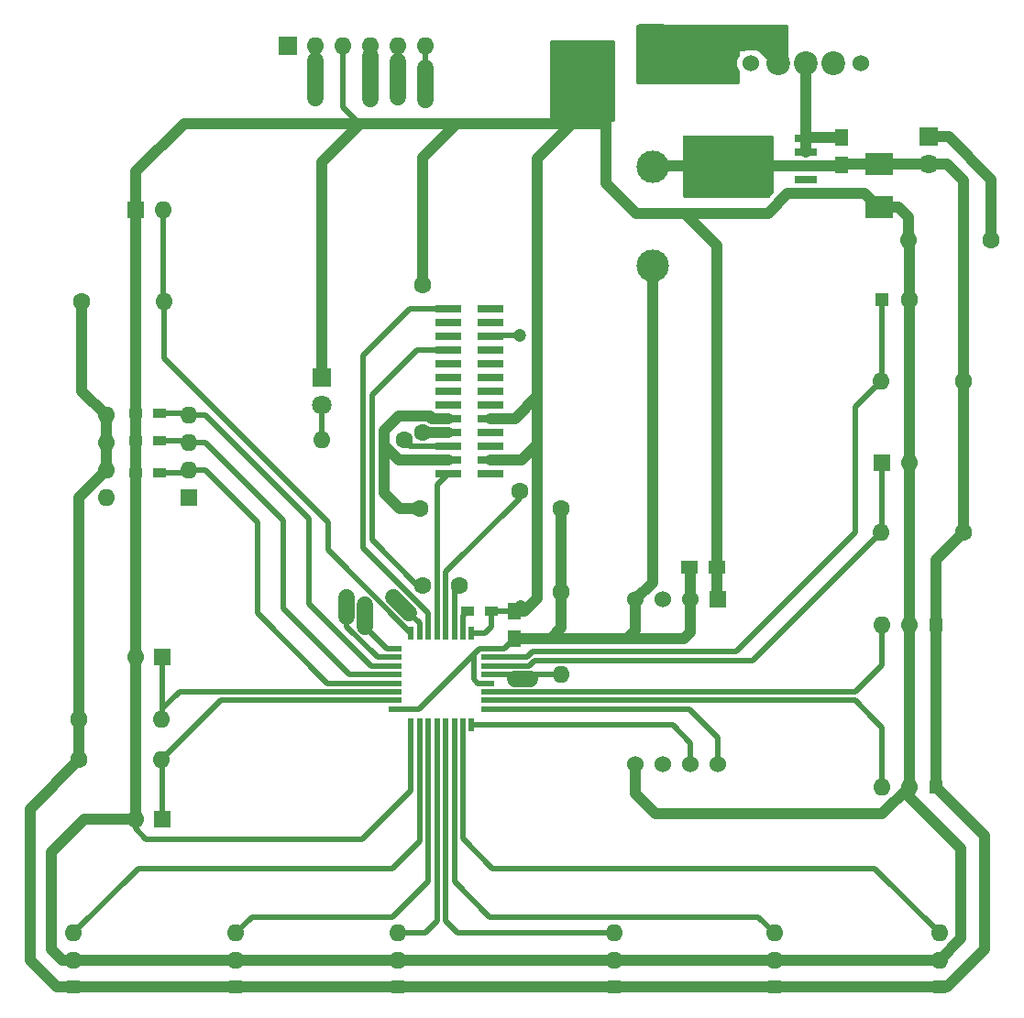
<source format=gbr>
G04 #@! TF.FileFunction,Copper,L2,Bot,Signal*
%FSLAX46Y46*%
G04 Gerber Fmt 4.6, Leading zero omitted, Abs format (unit mm)*
G04 Created by KiCad (PCBNEW 4.0.6) date 08/09/17 11:29:10*
%MOMM*%
%LPD*%
G01*
G04 APERTURE LIST*
%ADD10C,0.100000*%
%ADD11R,1.200000X0.600000*%
%ADD12R,0.600000X1.200000*%
%ADD13R,2.400000X0.750000*%
%ADD14R,1.524000X1.524000*%
%ADD15R,1.500000X1.250000*%
%ADD16R,1.250000X1.500000*%
%ADD17R,2.500000X2.000000*%
%ADD18R,1.800000X1.800000*%
%ADD19C,1.800000*%
%ADD20R,1.200000X1.200000*%
%ADD21C,1.600000*%
%ADD22R,1.600000X1.600000*%
%ADD23O,1.600000X1.600000*%
%ADD24R,1.200000X0.900000*%
%ADD25R,2.123950X0.680000*%
%ADD26R,3.749550X5.699760*%
%ADD27C,1.524000*%
%ADD28C,2.200000*%
%ADD29R,1.700000X1.700000*%
%ADD30C,3.000000*%
%ADD31C,1.200000*%
%ADD32C,1.000000*%
%ADD33C,0.500000*%
%ADD34C,0.400000*%
%ADD35C,1.500000*%
%ADD36C,0.254000*%
G04 APERTURE END LIST*
D10*
D11*
X98250000Y-129700000D03*
X98250000Y-130500000D03*
X98250000Y-131300000D03*
X98250000Y-132100000D03*
X98250000Y-132900000D03*
X98250000Y-133700000D03*
X98250000Y-134500000D03*
X98250000Y-135300000D03*
D12*
X96800000Y-136750000D03*
X96000000Y-136750000D03*
X95200000Y-136750000D03*
X94400000Y-136750000D03*
X93600000Y-136750000D03*
X92800000Y-136750000D03*
X92000000Y-136750000D03*
X91200000Y-136750000D03*
D11*
X89750000Y-135300000D03*
X89750000Y-134500000D03*
X89750000Y-133700000D03*
X89750000Y-132900000D03*
X89750000Y-132100000D03*
X89750000Y-131300000D03*
X89750000Y-130500000D03*
X89750000Y-129700000D03*
D12*
X91200000Y-128250000D03*
X92000000Y-128250000D03*
X92800000Y-128250000D03*
X93600000Y-128250000D03*
X94400000Y-128250000D03*
X95200000Y-128250000D03*
X96000000Y-128250000D03*
X96800000Y-128250000D03*
D13*
X94650000Y-98280000D03*
X98550000Y-98280000D03*
X94650000Y-99550000D03*
X98550000Y-99550000D03*
X94650000Y-100820000D03*
X98550000Y-100820000D03*
X94650000Y-102090000D03*
X98550000Y-102090000D03*
X94650000Y-103360000D03*
X98550000Y-103360000D03*
X94650000Y-104630000D03*
X98550000Y-104630000D03*
X94650000Y-105900000D03*
X98550000Y-105900000D03*
X94650000Y-107170000D03*
X98550000Y-107170000D03*
X94650000Y-108440000D03*
X98550000Y-108440000D03*
X94650000Y-109710000D03*
X98550000Y-109710000D03*
X94650000Y-110980000D03*
X98550000Y-110980000D03*
X94650000Y-112250000D03*
X98550000Y-112250000D03*
X94650000Y-113520000D03*
X98550000Y-113520000D03*
D14*
X113775000Y-76500000D03*
X113025000Y-76500000D03*
X113775000Y-75750000D03*
X113025000Y-75750000D03*
X113775000Y-75000000D03*
X113025000Y-75000000D03*
X113775000Y-74250000D03*
X113025000Y-74250000D03*
X113775000Y-73500000D03*
X113025000Y-73500000D03*
X113775000Y-72750000D03*
X113025000Y-72750000D03*
X109200000Y-75300000D03*
X108450000Y-75300000D03*
X107700000Y-75300000D03*
X106950000Y-75300000D03*
X106200000Y-75300000D03*
X105450000Y-75300000D03*
X109200000Y-74550000D03*
X108450000Y-74550000D03*
X107700000Y-74550000D03*
X106950000Y-74550000D03*
X106200000Y-74550000D03*
X105450000Y-74550000D03*
D15*
X119450000Y-122200000D03*
X116950000Y-122200000D03*
D16*
X100750000Y-128750000D03*
X100750000Y-126250000D03*
X131000000Y-82500000D03*
X131000000Y-85000000D03*
D17*
X134400000Y-88950000D03*
X134400000Y-84950000D03*
D18*
X82950000Y-104650000D03*
D19*
X82950000Y-107190000D03*
D20*
X134700000Y-97500000D03*
D21*
X137200000Y-97500000D03*
D22*
X68250000Y-145500000D03*
D23*
X65750000Y-145500000D03*
D24*
X68000000Y-108000000D03*
X65800000Y-108000000D03*
X68000000Y-110500000D03*
X65800000Y-110500000D03*
X68000000Y-113500000D03*
X65800000Y-113500000D03*
X98600000Y-126250000D03*
X96400000Y-126250000D03*
D22*
X70650000Y-115750000D03*
D23*
X63030000Y-108130000D03*
X70650000Y-113210000D03*
X63030000Y-110670000D03*
X70650000Y-110670000D03*
X63030000Y-113210000D03*
X70650000Y-108130000D03*
X63030000Y-115750000D03*
D22*
X65800000Y-89200000D03*
D23*
X68300000Y-89200000D03*
D25*
X127660451Y-87658549D03*
X127660451Y-85118549D03*
X127660451Y-86388549D03*
X127660451Y-83848549D03*
X127660451Y-82578549D03*
D26*
X118214951Y-85118029D03*
D27*
X122570000Y-75600000D03*
X132730000Y-75600000D03*
D28*
X127650000Y-75600000D03*
X125110000Y-75600000D03*
X130190000Y-75600000D03*
D27*
X111920000Y-140420000D03*
X114460000Y-140420000D03*
X117000000Y-140420000D03*
X119540000Y-140420000D03*
D14*
X119540000Y-125180000D03*
D27*
X117000000Y-125180000D03*
X114460000Y-125180000D03*
X111920000Y-125180000D03*
D29*
X79800000Y-74050000D03*
D23*
X82340000Y-74050000D03*
X84880000Y-74050000D03*
X87420000Y-74050000D03*
X89960000Y-74050000D03*
X92500000Y-74050000D03*
D22*
X134700000Y-112500000D03*
D23*
X137200000Y-112500000D03*
D22*
X68250000Y-130500000D03*
D23*
X65750000Y-130500000D03*
D18*
X139000000Y-82400000D03*
D19*
X139000000Y-84940000D03*
D20*
X110000000Y-161000000D03*
D23*
X110000000Y-158500000D03*
X110000000Y-156000000D03*
D20*
X139700000Y-127500000D03*
D23*
X137200000Y-127500000D03*
X134700000Y-127500000D03*
D20*
X60000000Y-161000000D03*
D23*
X60000000Y-158500000D03*
X60000000Y-156000000D03*
D20*
X75000000Y-161000000D03*
D23*
X75000000Y-158500000D03*
X75000000Y-156000000D03*
D20*
X90000000Y-161000000D03*
D23*
X90000000Y-158500000D03*
X90000000Y-156000000D03*
D20*
X124750000Y-161000000D03*
D23*
X124750000Y-158500000D03*
X124750000Y-156000000D03*
D20*
X140000000Y-161000000D03*
D23*
X140000000Y-158500000D03*
X140000000Y-156000000D03*
D20*
X139700000Y-142500000D03*
D23*
X137200000Y-142500000D03*
X134700000Y-142500000D03*
D21*
X105050000Y-124500000D03*
D23*
X105050000Y-132120000D03*
D21*
X60500000Y-140000000D03*
D23*
X68120000Y-140000000D03*
D21*
X60500000Y-136250000D03*
D23*
X68120000Y-136250000D03*
D21*
X60800000Y-97600000D03*
D23*
X68420000Y-97600000D03*
D21*
X142200000Y-105000000D03*
D23*
X134580000Y-105000000D03*
D21*
X142200000Y-119000000D03*
D23*
X134580000Y-119000000D03*
D21*
X144800000Y-91950000D03*
D23*
X137180000Y-91950000D03*
D21*
X90550000Y-110400000D03*
D23*
X82930000Y-110400000D03*
D21*
X92300000Y-96100000D03*
X92300000Y-109750000D03*
D30*
X113500000Y-94300000D03*
X113500000Y-85200000D03*
D21*
X105050000Y-116800000D03*
X92000000Y-116800000D03*
D31*
X101250000Y-100800000D03*
D21*
X101250000Y-115150000D03*
X92250000Y-123850000D03*
X95700000Y-123850000D03*
D32*
X125110000Y-75600000D02*
X123460000Y-73950000D01*
X123460000Y-73950000D02*
X114075000Y-73950000D01*
X114075000Y-73950000D02*
X113775000Y-74250000D01*
X113775000Y-74250000D02*
X113775000Y-75000000D01*
X119450000Y-122200000D02*
X119450000Y-92450000D01*
X119450000Y-92450000D02*
X116500000Y-89500000D01*
X126000000Y-87658549D02*
X124158549Y-89500000D01*
X126000000Y-87658549D02*
X127660451Y-87658549D01*
X124158549Y-89500000D02*
X116000000Y-89500000D01*
X109200000Y-86700000D02*
X109200000Y-80550000D01*
X116000000Y-89500000D02*
X112000000Y-89500000D01*
X112000000Y-89500000D02*
X109200000Y-86700000D01*
X137200000Y-142500000D02*
X134700000Y-145000000D01*
X113800000Y-145000000D02*
X111920000Y-143120000D01*
X134700000Y-145000000D02*
X113800000Y-145000000D01*
X137200000Y-143400000D02*
X142000000Y-148200000D01*
X142000000Y-156500000D02*
X140000000Y-158500000D01*
X142000000Y-148200000D02*
X142000000Y-156500000D01*
X58000000Y-149500000D02*
X58000000Y-148500000D01*
X58000000Y-148500000D02*
X61000000Y-145500000D01*
X58000000Y-157500000D02*
X58000000Y-149500000D01*
X65750000Y-145500000D02*
X61000000Y-145500000D01*
X59000000Y-158500000D02*
X60000000Y-158500000D01*
X59000000Y-158500000D02*
X58000000Y-157500000D01*
D33*
X84880000Y-74050000D02*
X84880000Y-79680000D01*
X86400000Y-81200000D02*
X86400000Y-81300000D01*
X84880000Y-79680000D02*
X86400000Y-81200000D01*
D32*
X94650000Y-109710000D02*
X92340000Y-109710000D01*
X92300000Y-84300000D02*
X95400000Y-81200000D01*
X92300000Y-96100000D02*
X92300000Y-84300000D01*
X92340000Y-109710000D02*
X92300000Y-109750000D01*
X98550000Y-112250000D02*
X101450000Y-112250000D01*
X101450000Y-112250000D02*
X102900000Y-110800000D01*
X98550000Y-108440000D02*
X100810000Y-108440000D01*
X100810000Y-108440000D02*
X102900000Y-106350000D01*
X100750000Y-126250000D02*
X101700000Y-126250000D01*
X102900000Y-84400000D02*
X106100000Y-81200000D01*
X102900000Y-125050000D02*
X102900000Y-110800000D01*
X102900000Y-110800000D02*
X102900000Y-106350000D01*
X102900000Y-106350000D02*
X102900000Y-84400000D01*
X101700000Y-126250000D02*
X102900000Y-125050000D01*
X109200000Y-75300000D02*
X109200000Y-80550000D01*
X109200000Y-80550000D02*
X108550000Y-81200000D01*
X82950000Y-85100000D02*
X82950000Y-84750000D01*
X82950000Y-84750000D02*
X86400000Y-81300000D01*
X86400000Y-81300000D02*
X86500000Y-81200000D01*
X82950000Y-90600000D02*
X82950000Y-85100000D01*
X82950000Y-104650000D02*
X82950000Y-90600000D01*
X82950000Y-90600000D02*
X82950000Y-90550000D01*
X93900000Y-81200000D02*
X86500000Y-81200000D01*
X103850000Y-81200000D02*
X95400000Y-81200000D01*
X95400000Y-81200000D02*
X93900000Y-81200000D01*
X108550000Y-81200000D02*
X106100000Y-81200000D01*
X106100000Y-81200000D02*
X103850000Y-81200000D01*
X86500000Y-81200000D02*
X84200000Y-81200000D01*
X84200000Y-81200000D02*
X70250000Y-81200000D01*
X70250000Y-81200000D02*
X65800000Y-85650000D01*
X65800000Y-85650000D02*
X65800000Y-89200000D01*
X107700000Y-75300000D02*
X108450000Y-75300000D01*
X101300000Y-125700000D02*
X100750000Y-126250000D01*
X137200000Y-97500000D02*
X137200000Y-91970000D01*
X137200000Y-91970000D02*
X137180000Y-91950000D01*
X137180000Y-91950000D02*
X137180000Y-89880000D01*
X134400000Y-88950000D02*
X136250000Y-88950000D01*
X136250000Y-88950000D02*
X137180000Y-89880000D01*
X137180000Y-97480000D02*
X137200000Y-97500000D01*
D33*
X91200000Y-136750000D02*
X91200000Y-142850000D01*
X65750000Y-146350000D02*
X65750000Y-145500000D01*
X66750000Y-147350000D02*
X65750000Y-146350000D01*
X86700000Y-147350000D02*
X66750000Y-147350000D01*
X91200000Y-142850000D02*
X86700000Y-147350000D01*
D32*
X119450000Y-122200000D02*
X119450000Y-125090000D01*
X119450000Y-125090000D02*
X119540000Y-125180000D01*
X127660451Y-87658549D02*
X133108549Y-87658549D01*
X133108549Y-87658549D02*
X134400000Y-88950000D01*
X111920000Y-140420000D02*
X111920000Y-143120000D01*
X137200000Y-142500000D02*
X137200000Y-143400000D01*
X65800000Y-89200000D02*
X65800000Y-108000000D01*
X65800000Y-113500000D02*
X65800000Y-130450000D01*
X65800000Y-130450000D02*
X65750000Y-130500000D01*
X65750000Y-130500000D02*
X65750000Y-145500000D01*
X137200000Y-97500000D02*
X137200000Y-112500000D01*
X137200000Y-127500000D02*
X137200000Y-112500000D01*
D33*
X91200000Y-136750000D02*
X91200000Y-136800000D01*
D32*
X60000000Y-158500000D02*
X75000000Y-158500000D01*
X75000000Y-158500000D02*
X90000000Y-158500000D01*
X90000000Y-158500000D02*
X110000000Y-158500000D01*
X110000000Y-158500000D02*
X124750000Y-158500000D01*
X124750000Y-158500000D02*
X140000000Y-158500000D01*
X137200000Y-127500000D02*
X137200000Y-142500000D01*
D33*
X96800000Y-128250000D02*
X98000000Y-128250000D01*
X98600000Y-127650000D02*
X98600000Y-126250000D01*
X98000000Y-128250000D02*
X98600000Y-127650000D01*
X100750000Y-126250000D02*
X98600000Y-126250000D01*
D32*
X65800000Y-108000000D02*
X65800000Y-110500000D01*
X65800000Y-110500000D02*
X65800000Y-113500000D01*
X118214951Y-85118029D02*
X113581971Y-85118029D01*
X113500000Y-123600000D02*
X111920000Y-125180000D01*
X113500000Y-94300000D02*
X113500000Y-123600000D01*
X113581971Y-85118029D02*
X113500000Y-85200000D01*
X127660451Y-85118549D02*
X118215471Y-85118549D01*
X118215471Y-85118549D02*
X118214951Y-85118029D01*
X144200000Y-157500000D02*
X144200000Y-147000000D01*
X144200000Y-157500000D02*
X140700000Y-161000000D01*
X140000000Y-161000000D02*
X140700000Y-161000000D01*
X144200000Y-147000000D02*
X139700000Y-142500000D01*
X58500000Y-161000000D02*
X56000000Y-158500000D01*
X56000000Y-144500000D02*
X60500000Y-140000000D01*
X56000000Y-158500000D02*
X56000000Y-144500000D01*
X94650000Y-108440000D02*
X93140000Y-108440000D01*
X88700000Y-109600000D02*
X88700000Y-110600000D01*
X90050000Y-108250000D02*
X88700000Y-109600000D01*
X92950000Y-108250000D02*
X90050000Y-108250000D01*
X93140000Y-108440000D02*
X92950000Y-108250000D01*
X105050000Y-124500000D02*
X105050000Y-116800000D01*
X105050000Y-124500000D02*
X105050000Y-127800000D01*
X105050000Y-127800000D02*
X104100000Y-128750000D01*
X118214951Y-85118029D02*
X116950000Y-86382980D01*
X88700000Y-110600000D02*
X88700000Y-115350000D01*
X90150000Y-116800000D02*
X92000000Y-116800000D01*
X88700000Y-115350000D02*
X90150000Y-116800000D01*
X91500000Y-112250000D02*
X90050000Y-112250000D01*
X90050000Y-112250000D02*
X88700000Y-110900000D01*
X94650000Y-112250000D02*
X91500000Y-112250000D01*
D33*
X88700000Y-110900000D02*
X88700000Y-110600000D01*
D32*
X118215471Y-85118549D02*
X118214951Y-85118029D01*
X139000000Y-84940000D02*
X140690000Y-84940000D01*
X142200000Y-86450000D02*
X142200000Y-90100000D01*
X140690000Y-84940000D02*
X142200000Y-86450000D01*
X134400000Y-84950000D02*
X138990000Y-84950000D01*
X142200000Y-90100000D02*
X142200000Y-105000000D01*
X142200000Y-88160000D02*
X142200000Y-90100000D01*
D33*
X89750000Y-135300000D02*
X91950000Y-135300000D01*
X91950000Y-135300000D02*
X97550000Y-129700000D01*
X97550000Y-129700000D02*
X98250000Y-129700000D01*
D32*
X116950000Y-122200000D02*
X117000000Y-122250000D01*
X117000000Y-122250000D02*
X117000000Y-125180000D01*
X118215471Y-85118549D02*
X118214951Y-85118029D01*
X127660451Y-85118549D02*
X130881451Y-85118549D01*
X130881451Y-85118549D02*
X131050000Y-84950000D01*
X131050000Y-84950000D02*
X134400000Y-84950000D01*
X117000000Y-125180000D02*
X117000000Y-128200000D01*
X116450000Y-128750000D02*
X114050000Y-128750000D01*
X117000000Y-128200000D02*
X116450000Y-128750000D01*
X111920000Y-125180000D02*
X111920000Y-128029998D01*
X111920000Y-128029998D02*
X111199998Y-128750000D01*
X111920000Y-125180000D02*
X111920000Y-125480000D01*
X100750000Y-128750000D02*
X104100000Y-128750000D01*
X104100000Y-128750000D02*
X108650000Y-128750000D01*
X108650000Y-128750000D02*
X111199998Y-128750000D01*
X111199998Y-128750000D02*
X114050000Y-128750000D01*
X117000000Y-125800000D02*
X117000000Y-125180000D01*
X117000000Y-125180000D02*
X117000000Y-125800000D01*
X60800000Y-97600000D02*
X60800000Y-105900000D01*
X60800000Y-105900000D02*
X63030000Y-108130000D01*
X60500000Y-136250000D02*
X60500000Y-115740000D01*
X60500000Y-115740000D02*
X63030000Y-113210000D01*
X60500000Y-136250000D02*
X60500000Y-140000000D01*
X142200000Y-105000000D02*
X142200000Y-119000000D01*
X142200000Y-119000000D02*
X139700000Y-121500000D01*
X139700000Y-121500000D02*
X139700000Y-127500000D01*
X60000000Y-161000000D02*
X58500000Y-161000000D01*
X63030000Y-108130000D02*
X63030000Y-110670000D01*
X63030000Y-110670000D02*
X63030000Y-113210000D01*
X90000000Y-161000000D02*
X110000000Y-161000000D01*
X110000000Y-161000000D02*
X124750000Y-161000000D01*
X124750000Y-161000000D02*
X140000000Y-161000000D01*
X60000000Y-161000000D02*
X75000000Y-161000000D01*
X75000000Y-161000000D02*
X90000000Y-161000000D01*
X139700000Y-127500000D02*
X139700000Y-142500000D01*
X100750000Y-128750000D02*
X102000000Y-128750000D01*
D33*
X98250000Y-129700000D02*
X99800000Y-129700000D01*
X99800000Y-129700000D02*
X100750000Y-128750000D01*
X98250000Y-132900000D02*
X97400000Y-132900000D01*
D34*
X97550000Y-129700000D02*
X98250000Y-129700000D01*
X97000000Y-130250000D02*
X97550000Y-129700000D01*
D33*
X97000000Y-132500000D02*
X97000000Y-130250000D01*
X97400000Y-132900000D02*
X97000000Y-132500000D01*
D32*
X127660451Y-82578549D02*
X127660451Y-75610451D01*
X127660451Y-75610451D02*
X127650000Y-75600000D01*
X127660451Y-83848549D02*
X127660451Y-82578549D01*
X127660451Y-82578549D02*
X127739000Y-82500000D01*
X127739000Y-82500000D02*
X131000000Y-82500000D01*
D33*
X82950000Y-107190000D02*
X82950000Y-110380000D01*
X82950000Y-110380000D02*
X82930000Y-110400000D01*
X100750000Y-130500000D02*
X101900000Y-130500000D01*
X121200000Y-130000000D02*
X132200000Y-119000000D01*
X102400000Y-130000000D02*
X121200000Y-130000000D01*
X101900000Y-130500000D02*
X102400000Y-130000000D01*
X98250000Y-130500000D02*
X100750000Y-130500000D01*
X132200000Y-107380000D02*
X134700000Y-104880000D01*
X132200000Y-119000000D02*
X132200000Y-107380000D01*
X134700000Y-97500000D02*
X134700000Y-104880000D01*
X89750000Y-134500000D02*
X73620000Y-134500000D01*
X73620000Y-134500000D02*
X68120000Y-140000000D01*
X68250000Y-145500000D02*
X68250000Y-140130000D01*
X68250000Y-140130000D02*
X68120000Y-140000000D01*
X122400000Y-130800000D02*
X122780000Y-130800000D01*
X122780000Y-130800000D02*
X134580000Y-119000000D01*
X101200000Y-131300000D02*
X102100000Y-131300000D01*
X102600000Y-130800000D02*
X122400000Y-130800000D01*
X102100000Y-131300000D02*
X102600000Y-130800000D01*
X101000000Y-131300000D02*
X101200000Y-131300000D01*
X98250000Y-131300000D02*
X101000000Y-131300000D01*
X134700000Y-112500000D02*
X134700000Y-118880000D01*
X134700000Y-118880000D02*
X134580000Y-119000000D01*
X89750000Y-133700000D02*
X69800000Y-133700000D01*
X69800000Y-133700000D02*
X68250000Y-135250000D01*
X68250000Y-130500000D02*
X68250000Y-135250000D01*
X68250000Y-135250000D02*
X68250000Y-136120000D01*
X68250000Y-136120000D02*
X68120000Y-136250000D01*
X98250000Y-133700000D02*
X132250000Y-133700000D01*
X134700000Y-131250000D02*
X134700000Y-127500000D01*
X132250000Y-133700000D02*
X134700000Y-131250000D01*
X131000000Y-134500000D02*
X98250000Y-134500000D01*
X133950000Y-136250000D02*
X134700000Y-137000000D01*
X134700000Y-137000000D02*
X134700000Y-137250000D01*
X131450000Y-134500000D02*
X132200000Y-134500000D01*
X134700000Y-138000000D02*
X134700000Y-142500000D01*
X134700000Y-137250000D02*
X134700000Y-138000000D01*
X132200000Y-134500000D02*
X133950000Y-136250000D01*
X130950000Y-134500000D02*
X131000000Y-134500000D01*
X131000000Y-134500000D02*
X131450000Y-134500000D01*
X130000000Y-150000000D02*
X134000000Y-150000000D01*
X134000000Y-150000000D02*
X140000000Y-156000000D01*
X122500000Y-150000000D02*
X130000000Y-150000000D01*
X96000000Y-140000000D02*
X96000000Y-147250000D01*
X98750000Y-150000000D02*
X122500000Y-150000000D01*
X96000000Y-147250000D02*
X98750000Y-150000000D01*
X96000000Y-136750000D02*
X96000000Y-140000000D01*
X119000000Y-154500000D02*
X123250000Y-154500000D01*
X123250000Y-154500000D02*
X124750000Y-156000000D01*
X95200000Y-150750000D02*
X95200000Y-151200000D01*
X98500000Y-154500000D02*
X119000000Y-154500000D01*
X119000000Y-154500000D02*
X118750000Y-154500000D01*
X95200000Y-151200000D02*
X98500000Y-154500000D01*
X95200000Y-143500000D02*
X95200000Y-150750000D01*
X95200000Y-136750000D02*
X95200000Y-143500000D01*
X94400000Y-154900000D02*
X95500000Y-156000000D01*
X94400000Y-136750000D02*
X94400000Y-154900000D01*
X95500000Y-156000000D02*
X110000000Y-156000000D01*
X89500000Y-154500000D02*
X76500000Y-154500000D01*
X92800000Y-151200000D02*
X89500000Y-154500000D01*
X92800000Y-136750000D02*
X92800000Y-151200000D01*
X76500000Y-154500000D02*
X75000000Y-156000000D01*
X66000000Y-150000000D02*
X60000000Y-156000000D01*
X92000000Y-136750000D02*
X92000000Y-147500000D01*
X92000000Y-147500000D02*
X89500000Y-150000000D01*
X89500000Y-150000000D02*
X66000000Y-150000000D01*
X93600000Y-154900000D02*
X92500000Y-156000000D01*
X93600000Y-136750000D02*
X93600000Y-154900000D01*
X92500000Y-156000000D02*
X90000000Y-156000000D01*
X82340000Y-74050000D02*
X82340000Y-75340000D01*
D35*
X82340000Y-75340000D02*
X82340000Y-78840000D01*
D33*
X89750000Y-129700000D02*
X88950000Y-129700000D01*
D35*
X86950000Y-127700000D02*
X86950000Y-125650000D01*
D33*
X88950000Y-129700000D02*
X86950000Y-127700000D01*
X87420000Y-74050000D02*
X87420000Y-74920000D01*
D35*
X87420000Y-74920000D02*
X87420000Y-78920000D01*
D33*
X89750000Y-130500000D02*
X88100000Y-130500000D01*
D35*
X85250000Y-126750000D02*
X85250000Y-125000000D01*
D33*
X85250000Y-127650000D02*
X85250000Y-126750000D01*
X88100000Y-130500000D02*
X85250000Y-127650000D01*
X89960000Y-74050000D02*
X89960000Y-75460000D01*
D35*
X89960000Y-75460000D02*
X89960000Y-78759998D01*
D33*
X100850000Y-132100000D02*
X100850000Y-132500000D01*
D35*
X100850000Y-132500000D02*
X102200000Y-132500000D01*
D33*
X98250000Y-132100000D02*
X100850000Y-132100000D01*
X100850000Y-132100000D02*
X105030000Y-132100000D01*
X105030000Y-132100000D02*
X105050000Y-132120000D01*
X98270000Y-132120000D02*
X98250000Y-132100000D01*
X92500000Y-74050000D02*
X92500000Y-76000000D01*
D35*
X92500000Y-76000000D02*
X92500000Y-79000000D01*
D33*
X92000000Y-128250000D02*
X92000000Y-127350000D01*
D35*
X91050000Y-126400000D02*
X89600000Y-124950000D01*
D33*
X92000000Y-127350000D02*
X91050000Y-126400000D01*
X81875000Y-116325000D02*
X83550000Y-118000000D01*
X83550000Y-120600000D02*
X91200000Y-128250000D01*
X83550000Y-118000000D02*
X83550000Y-120600000D01*
X68420000Y-97600000D02*
X68420000Y-102870000D01*
X68420000Y-102870000D02*
X81875000Y-116325000D01*
X68300000Y-89200000D02*
X68300000Y-97480000D01*
X68300000Y-97480000D02*
X68420000Y-97600000D01*
X72200000Y-113210000D02*
X77000000Y-118010000D01*
X77000000Y-118010000D02*
X77000000Y-126400000D01*
X83700000Y-132900000D02*
X83500000Y-132900000D01*
X88000000Y-132900000D02*
X87400000Y-132900000D01*
X89750000Y-132900000D02*
X88000000Y-132900000D01*
X72200000Y-113210000D02*
X70650000Y-113210000D01*
X83700000Y-132900000D02*
X87400000Y-132900000D01*
X83500000Y-132900000D02*
X77000000Y-126400000D01*
X68000000Y-113500000D02*
X70360000Y-113500000D01*
D34*
X70360000Y-113500000D02*
X70650000Y-113210000D01*
D33*
X72200000Y-110670000D02*
X79400000Y-117870000D01*
X79400000Y-117870000D02*
X79400000Y-126000000D01*
X70650000Y-110670000D02*
X72200000Y-110670000D01*
X79400000Y-126000000D02*
X85500000Y-132100000D01*
X85500000Y-132100000D02*
X89750000Y-132100000D01*
X68000000Y-110500000D02*
X70480000Y-110500000D01*
D34*
X70480000Y-110500000D02*
X70650000Y-110670000D01*
D33*
X72200000Y-108130000D02*
X81800000Y-117730000D01*
X81800000Y-117730000D02*
X81800000Y-125600000D01*
X88500000Y-131300000D02*
X87500000Y-131300000D01*
X87500000Y-131300000D02*
X81800000Y-125600000D01*
X89750000Y-131300000D02*
X88500000Y-131300000D01*
X81800000Y-125600000D02*
X81800000Y-123800000D01*
X70650000Y-108130000D02*
X72200000Y-108130000D01*
X81800000Y-123800000D02*
X81800000Y-124600000D01*
X68000000Y-108000000D02*
X70520000Y-108000000D01*
D34*
X70520000Y-108000000D02*
X70650000Y-108130000D01*
D33*
X101250000Y-115150000D02*
X101250000Y-115800000D01*
X94400000Y-122650000D02*
X94400000Y-123950000D01*
X101250000Y-115800000D02*
X94400000Y-122650000D01*
X94400000Y-126050000D02*
X94400000Y-123950000D01*
X94400000Y-128250000D02*
X94400000Y-126050000D01*
X101250000Y-100800000D02*
X98570000Y-100800000D01*
X98570000Y-100800000D02*
X98550000Y-100820000D01*
X95200000Y-128250000D02*
X95200000Y-124350000D01*
X87600000Y-106250000D02*
X91760000Y-102090000D01*
X87600000Y-119650000D02*
X87600000Y-106250000D01*
X91760000Y-102090000D02*
X94650000Y-102090000D01*
X91800000Y-123850000D02*
X87600000Y-119650000D01*
X92250000Y-123850000D02*
X91800000Y-123850000D01*
X95200000Y-124350000D02*
X95700000Y-123850000D01*
X92800000Y-128250000D02*
X92800000Y-126400000D01*
X86800000Y-102600000D02*
X88550000Y-100850000D01*
X86800000Y-120400000D02*
X86800000Y-102600000D01*
X92800000Y-126400000D02*
X86800000Y-120400000D01*
X88550000Y-100850000D02*
X91120000Y-98280000D01*
X91120000Y-98280000D02*
X94650000Y-98280000D01*
X93600000Y-128250000D02*
X93600000Y-114570000D01*
X93600000Y-114570000D02*
X94650000Y-113520000D01*
X96000000Y-128250000D02*
X96000000Y-126650000D01*
X96000000Y-126650000D02*
X96400000Y-126250000D01*
X117000000Y-140420000D02*
X117000000Y-138400000D01*
X115350000Y-136750000D02*
X96800000Y-136750000D01*
X117000000Y-138400000D02*
X115350000Y-136750000D01*
X98250000Y-135300000D02*
X116900000Y-135300000D01*
X119540000Y-137940000D02*
X119540000Y-140420000D01*
X116900000Y-135300000D02*
X119540000Y-137940000D01*
D32*
X139000000Y-82400000D02*
X140850000Y-82400000D01*
X144800000Y-86350000D02*
X144800000Y-91950000D01*
X140850000Y-82400000D02*
X144800000Y-86350000D01*
D33*
X90550000Y-110400000D02*
X91130000Y-110980000D01*
X91130000Y-110980000D02*
X94650000Y-110980000D01*
X90580000Y-110430000D02*
X90550000Y-110400000D01*
X94650000Y-110980000D02*
X94570000Y-111060000D01*
D36*
G36*
X124573000Y-87480417D02*
X124180417Y-87873000D01*
X116427000Y-87873000D01*
X116427000Y-82427000D01*
X124573000Y-82427000D01*
X124573000Y-87480417D01*
X124573000Y-87480417D01*
G37*
X124573000Y-87480417D02*
X124180417Y-87873000D01*
X116427000Y-87873000D01*
X116427000Y-82427000D01*
X124573000Y-82427000D01*
X124573000Y-87480417D01*
G36*
X109873000Y-80883143D02*
X104127000Y-81361977D01*
X104127000Y-73627000D01*
X109873000Y-73627000D01*
X109873000Y-80883143D01*
X109873000Y-80883143D01*
G37*
X109873000Y-80883143D02*
X104127000Y-81361977D01*
X104127000Y-73627000D01*
X109873000Y-73627000D01*
X109873000Y-80883143D01*
G36*
X125873000Y-74873000D02*
X124127000Y-74873000D01*
X124127000Y-74500000D01*
X124116994Y-74450590D01*
X124088553Y-74408965D01*
X124046159Y-74381685D01*
X124000000Y-74373000D01*
X123257921Y-74373000D01*
X122849100Y-74203243D01*
X122293339Y-74202758D01*
X121881321Y-74373000D01*
X121500000Y-74373000D01*
X121450590Y-74383006D01*
X121408965Y-74411447D01*
X121381685Y-74453841D01*
X121373000Y-74500000D01*
X121373000Y-74839831D01*
X121173243Y-75320900D01*
X121172758Y-75876661D01*
X121373000Y-76361285D01*
X121373000Y-77373000D01*
X112127000Y-77373000D01*
X112127000Y-72127000D01*
X125873000Y-72127000D01*
X125873000Y-74873000D01*
X125873000Y-74873000D01*
G37*
X125873000Y-74873000D02*
X124127000Y-74873000D01*
X124127000Y-74500000D01*
X124116994Y-74450590D01*
X124088553Y-74408965D01*
X124046159Y-74381685D01*
X124000000Y-74373000D01*
X123257921Y-74373000D01*
X122849100Y-74203243D01*
X122293339Y-74202758D01*
X121881321Y-74373000D01*
X121500000Y-74373000D01*
X121450590Y-74383006D01*
X121408965Y-74411447D01*
X121381685Y-74453841D01*
X121373000Y-74500000D01*
X121373000Y-74839831D01*
X121173243Y-75320900D01*
X121172758Y-75876661D01*
X121373000Y-76361285D01*
X121373000Y-77373000D01*
X112127000Y-77373000D01*
X112127000Y-72127000D01*
X125873000Y-72127000D01*
X125873000Y-74873000D01*
M02*

</source>
